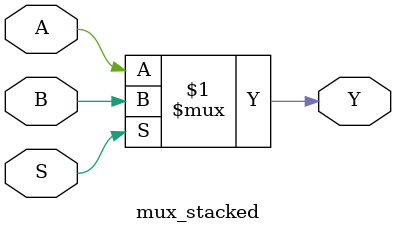
<source format=v>
module mux_stacked (A, B, S, Y);
  parameter WIDTH = 1;
  
  input [WIDTH-1:0] A, B;
  input S;
  output [WIDTH-1:0] Y;

  generate
    //if (WIDTH < `MIN_WIDTH) begin
    //    wire _TECHMAP_FAIL_ = 1;
    //end
  endgenerate

  assign Y = S ? B : A;
endmodule

</source>
